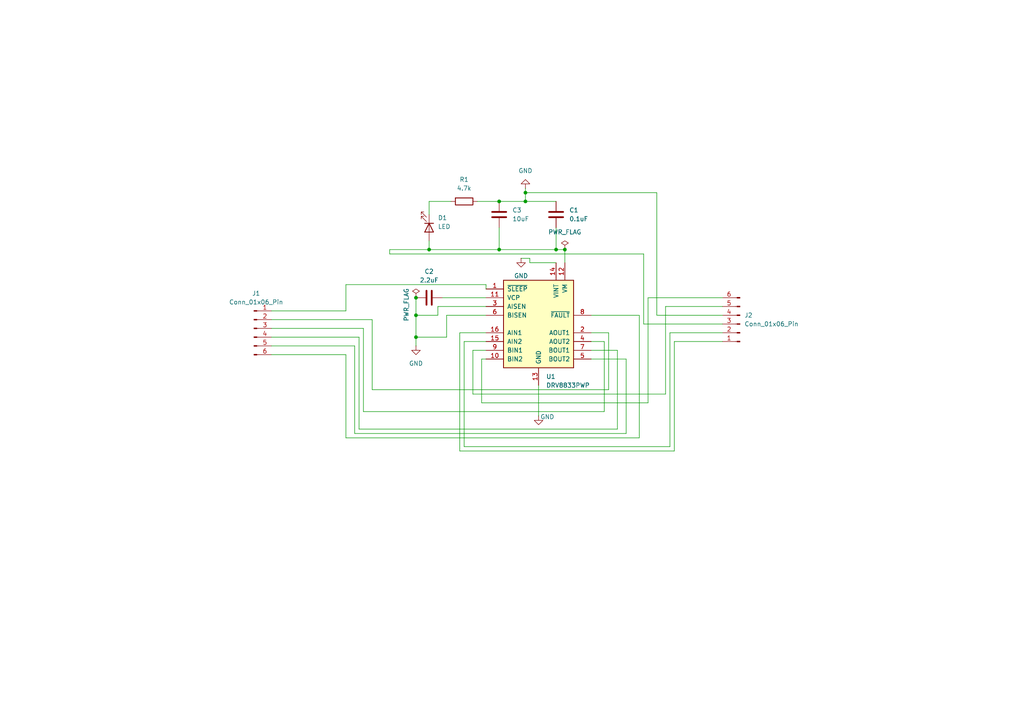
<source format=kicad_sch>
(kicad_sch
	(version 20231120)
	(generator "eeschema")
	(generator_version "8.0")
	(uuid "df196712-03bc-46f3-a72f-dbd7a8dc70a6")
	(paper "A4")
	(lib_symbols
		(symbol "Connector:Conn_01x06_Pin"
			(pin_names
				(offset 1.016) hide)
			(exclude_from_sim no)
			(in_bom yes)
			(on_board yes)
			(property "Reference" "J"
				(at 0 7.62 0)
				(effects
					(font
						(size 1.27 1.27)
					)
				)
			)
			(property "Value" "Conn_01x06_Pin"
				(at 0 -10.16 0)
				(effects
					(font
						(size 1.27 1.27)
					)
				)
			)
			(property "Footprint" ""
				(at 0 0 0)
				(effects
					(font
						(size 1.27 1.27)
					)
					(hide yes)
				)
			)
			(property "Datasheet" "~"
				(at 0 0 0)
				(effects
					(font
						(size 1.27 1.27)
					)
					(hide yes)
				)
			)
			(property "Description" "Generic connector, single row, 01x06, script generated"
				(at 0 0 0)
				(effects
					(font
						(size 1.27 1.27)
					)
					(hide yes)
				)
			)
			(property "ki_locked" ""
				(at 0 0 0)
				(effects
					(font
						(size 1.27 1.27)
					)
				)
			)
			(property "ki_keywords" "connector"
				(at 0 0 0)
				(effects
					(font
						(size 1.27 1.27)
					)
					(hide yes)
				)
			)
			(property "ki_fp_filters" "Connector*:*_1x??_*"
				(at 0 0 0)
				(effects
					(font
						(size 1.27 1.27)
					)
					(hide yes)
				)
			)
			(symbol "Conn_01x06_Pin_1_1"
				(polyline
					(pts
						(xy 1.27 -7.62) (xy 0.8636 -7.62)
					)
					(stroke
						(width 0.1524)
						(type default)
					)
					(fill
						(type none)
					)
				)
				(polyline
					(pts
						(xy 1.27 -5.08) (xy 0.8636 -5.08)
					)
					(stroke
						(width 0.1524)
						(type default)
					)
					(fill
						(type none)
					)
				)
				(polyline
					(pts
						(xy 1.27 -2.54) (xy 0.8636 -2.54)
					)
					(stroke
						(width 0.1524)
						(type default)
					)
					(fill
						(type none)
					)
				)
				(polyline
					(pts
						(xy 1.27 0) (xy 0.8636 0)
					)
					(stroke
						(width 0.1524)
						(type default)
					)
					(fill
						(type none)
					)
				)
				(polyline
					(pts
						(xy 1.27 2.54) (xy 0.8636 2.54)
					)
					(stroke
						(width 0.1524)
						(type default)
					)
					(fill
						(type none)
					)
				)
				(polyline
					(pts
						(xy 1.27 5.08) (xy 0.8636 5.08)
					)
					(stroke
						(width 0.1524)
						(type default)
					)
					(fill
						(type none)
					)
				)
				(rectangle
					(start 0.8636 -7.493)
					(end 0 -7.747)
					(stroke
						(width 0.1524)
						(type default)
					)
					(fill
						(type outline)
					)
				)
				(rectangle
					(start 0.8636 -4.953)
					(end 0 -5.207)
					(stroke
						(width 0.1524)
						(type default)
					)
					(fill
						(type outline)
					)
				)
				(rectangle
					(start 0.8636 -2.413)
					(end 0 -2.667)
					(stroke
						(width 0.1524)
						(type default)
					)
					(fill
						(type outline)
					)
				)
				(rectangle
					(start 0.8636 0.127)
					(end 0 -0.127)
					(stroke
						(width 0.1524)
						(type default)
					)
					(fill
						(type outline)
					)
				)
				(rectangle
					(start 0.8636 2.667)
					(end 0 2.413)
					(stroke
						(width 0.1524)
						(type default)
					)
					(fill
						(type outline)
					)
				)
				(rectangle
					(start 0.8636 5.207)
					(end 0 4.953)
					(stroke
						(width 0.1524)
						(type default)
					)
					(fill
						(type outline)
					)
				)
				(pin passive line
					(at 5.08 5.08 180)
					(length 3.81)
					(name "Pin_1"
						(effects
							(font
								(size 1.27 1.27)
							)
						)
					)
					(number "1"
						(effects
							(font
								(size 1.27 1.27)
							)
						)
					)
				)
				(pin passive line
					(at 5.08 2.54 180)
					(length 3.81)
					(name "Pin_2"
						(effects
							(font
								(size 1.27 1.27)
							)
						)
					)
					(number "2"
						(effects
							(font
								(size 1.27 1.27)
							)
						)
					)
				)
				(pin passive line
					(at 5.08 0 180)
					(length 3.81)
					(name "Pin_3"
						(effects
							(font
								(size 1.27 1.27)
							)
						)
					)
					(number "3"
						(effects
							(font
								(size 1.27 1.27)
							)
						)
					)
				)
				(pin passive line
					(at 5.08 -2.54 180)
					(length 3.81)
					(name "Pin_4"
						(effects
							(font
								(size 1.27 1.27)
							)
						)
					)
					(number "4"
						(effects
							(font
								(size 1.27 1.27)
							)
						)
					)
				)
				(pin passive line
					(at 5.08 -5.08 180)
					(length 3.81)
					(name "Pin_5"
						(effects
							(font
								(size 1.27 1.27)
							)
						)
					)
					(number "5"
						(effects
							(font
								(size 1.27 1.27)
							)
						)
					)
				)
				(pin passive line
					(at 5.08 -7.62 180)
					(length 3.81)
					(name "Pin_6"
						(effects
							(font
								(size 1.27 1.27)
							)
						)
					)
					(number "6"
						(effects
							(font
								(size 1.27 1.27)
							)
						)
					)
				)
			)
		)
		(symbol "Device:C"
			(pin_numbers hide)
			(pin_names
				(offset 0.254)
			)
			(exclude_from_sim no)
			(in_bom yes)
			(on_board yes)
			(property "Reference" "C"
				(at 0.635 2.54 0)
				(effects
					(font
						(size 1.27 1.27)
					)
					(justify left)
				)
			)
			(property "Value" "C"
				(at 0.635 -2.54 0)
				(effects
					(font
						(size 1.27 1.27)
					)
					(justify left)
				)
			)
			(property "Footprint" ""
				(at 0.9652 -3.81 0)
				(effects
					(font
						(size 1.27 1.27)
					)
					(hide yes)
				)
			)
			(property "Datasheet" "~"
				(at 0 0 0)
				(effects
					(font
						(size 1.27 1.27)
					)
					(hide yes)
				)
			)
			(property "Description" "Unpolarized capacitor"
				(at 0 0 0)
				(effects
					(font
						(size 1.27 1.27)
					)
					(hide yes)
				)
			)
			(property "ki_keywords" "cap capacitor"
				(at 0 0 0)
				(effects
					(font
						(size 1.27 1.27)
					)
					(hide yes)
				)
			)
			(property "ki_fp_filters" "C_*"
				(at 0 0 0)
				(effects
					(font
						(size 1.27 1.27)
					)
					(hide yes)
				)
			)
			(symbol "C_0_1"
				(polyline
					(pts
						(xy -2.032 -0.762) (xy 2.032 -0.762)
					)
					(stroke
						(width 0.508)
						(type default)
					)
					(fill
						(type none)
					)
				)
				(polyline
					(pts
						(xy -2.032 0.762) (xy 2.032 0.762)
					)
					(stroke
						(width 0.508)
						(type default)
					)
					(fill
						(type none)
					)
				)
			)
			(symbol "C_1_1"
				(pin passive line
					(at 0 3.81 270)
					(length 2.794)
					(name "~"
						(effects
							(font
								(size 1.27 1.27)
							)
						)
					)
					(number "1"
						(effects
							(font
								(size 1.27 1.27)
							)
						)
					)
				)
				(pin passive line
					(at 0 -3.81 90)
					(length 2.794)
					(name "~"
						(effects
							(font
								(size 1.27 1.27)
							)
						)
					)
					(number "2"
						(effects
							(font
								(size 1.27 1.27)
							)
						)
					)
				)
			)
		)
		(symbol "Device:LED"
			(pin_numbers hide)
			(pin_names
				(offset 1.016) hide)
			(exclude_from_sim no)
			(in_bom yes)
			(on_board yes)
			(property "Reference" "D"
				(at 0 2.54 0)
				(effects
					(font
						(size 1.27 1.27)
					)
				)
			)
			(property "Value" "LED"
				(at 0 -2.54 0)
				(effects
					(font
						(size 1.27 1.27)
					)
				)
			)
			(property "Footprint" ""
				(at 0 0 0)
				(effects
					(font
						(size 1.27 1.27)
					)
					(hide yes)
				)
			)
			(property "Datasheet" "~"
				(at 0 0 0)
				(effects
					(font
						(size 1.27 1.27)
					)
					(hide yes)
				)
			)
			(property "Description" "Light emitting diode"
				(at 0 0 0)
				(effects
					(font
						(size 1.27 1.27)
					)
					(hide yes)
				)
			)
			(property "ki_keywords" "LED diode"
				(at 0 0 0)
				(effects
					(font
						(size 1.27 1.27)
					)
					(hide yes)
				)
			)
			(property "ki_fp_filters" "LED* LED_SMD:* LED_THT:*"
				(at 0 0 0)
				(effects
					(font
						(size 1.27 1.27)
					)
					(hide yes)
				)
			)
			(symbol "LED_0_1"
				(polyline
					(pts
						(xy -1.27 -1.27) (xy -1.27 1.27)
					)
					(stroke
						(width 0.254)
						(type default)
					)
					(fill
						(type none)
					)
				)
				(polyline
					(pts
						(xy -1.27 0) (xy 1.27 0)
					)
					(stroke
						(width 0)
						(type default)
					)
					(fill
						(type none)
					)
				)
				(polyline
					(pts
						(xy 1.27 -1.27) (xy 1.27 1.27) (xy -1.27 0) (xy 1.27 -1.27)
					)
					(stroke
						(width 0.254)
						(type default)
					)
					(fill
						(type none)
					)
				)
				(polyline
					(pts
						(xy -3.048 -0.762) (xy -4.572 -2.286) (xy -3.81 -2.286) (xy -4.572 -2.286) (xy -4.572 -1.524)
					)
					(stroke
						(width 0)
						(type default)
					)
					(fill
						(type none)
					)
				)
				(polyline
					(pts
						(xy -1.778 -0.762) (xy -3.302 -2.286) (xy -2.54 -2.286) (xy -3.302 -2.286) (xy -3.302 -1.524)
					)
					(stroke
						(width 0)
						(type default)
					)
					(fill
						(type none)
					)
				)
			)
			(symbol "LED_1_1"
				(pin passive line
					(at -3.81 0 0)
					(length 2.54)
					(name "K"
						(effects
							(font
								(size 1.27 1.27)
							)
						)
					)
					(number "1"
						(effects
							(font
								(size 1.27 1.27)
							)
						)
					)
				)
				(pin passive line
					(at 3.81 0 180)
					(length 2.54)
					(name "A"
						(effects
							(font
								(size 1.27 1.27)
							)
						)
					)
					(number "2"
						(effects
							(font
								(size 1.27 1.27)
							)
						)
					)
				)
			)
		)
		(symbol "Device:R"
			(pin_numbers hide)
			(pin_names
				(offset 0)
			)
			(exclude_from_sim no)
			(in_bom yes)
			(on_board yes)
			(property "Reference" "R"
				(at 2.032 0 90)
				(effects
					(font
						(size 1.27 1.27)
					)
				)
			)
			(property "Value" "R"
				(at 0 0 90)
				(effects
					(font
						(size 1.27 1.27)
					)
				)
			)
			(property "Footprint" ""
				(at -1.778 0 90)
				(effects
					(font
						(size 1.27 1.27)
					)
					(hide yes)
				)
			)
			(property "Datasheet" "~"
				(at 0 0 0)
				(effects
					(font
						(size 1.27 1.27)
					)
					(hide yes)
				)
			)
			(property "Description" "Resistor"
				(at 0 0 0)
				(effects
					(font
						(size 1.27 1.27)
					)
					(hide yes)
				)
			)
			(property "ki_keywords" "R res resistor"
				(at 0 0 0)
				(effects
					(font
						(size 1.27 1.27)
					)
					(hide yes)
				)
			)
			(property "ki_fp_filters" "R_*"
				(at 0 0 0)
				(effects
					(font
						(size 1.27 1.27)
					)
					(hide yes)
				)
			)
			(symbol "R_0_1"
				(rectangle
					(start -1.016 -2.54)
					(end 1.016 2.54)
					(stroke
						(width 0.254)
						(type default)
					)
					(fill
						(type none)
					)
				)
			)
			(symbol "R_1_1"
				(pin passive line
					(at 0 3.81 270)
					(length 1.27)
					(name "~"
						(effects
							(font
								(size 1.27 1.27)
							)
						)
					)
					(number "1"
						(effects
							(font
								(size 1.27 1.27)
							)
						)
					)
				)
				(pin passive line
					(at 0 -3.81 90)
					(length 1.27)
					(name "~"
						(effects
							(font
								(size 1.27 1.27)
							)
						)
					)
					(number "2"
						(effects
							(font
								(size 1.27 1.27)
							)
						)
					)
				)
			)
		)
		(symbol "Driver_Motor:DRV8833PWP"
			(pin_names
				(offset 1.016)
			)
			(exclude_from_sim no)
			(in_bom yes)
			(on_board yes)
			(property "Reference" "U"
				(at -3.81 16.51 0)
				(effects
					(font
						(size 1.27 1.27)
					)
				)
			)
			(property "Value" "DRV8833PWP"
				(at -3.81 13.97 0)
				(effects
					(font
						(size 1.27 1.27)
					)
				)
			)
			(property "Footprint" "Package_SO:HTSSOP-16-1EP_4.4x5mm_P0.65mm_EP3.4x5mm_Mask2.46x2.31mm_ThermalVias"
				(at 5.08 -15.24 0)
				(effects
					(font
						(size 1.27 1.27)
					)
					(justify left)
					(hide yes)
				)
			)
			(property "Datasheet" "http://www.ti.com/lit/ds/symlink/drv8833.pdf"
				(at 5.08 -17.78 0)
				(effects
					(font
						(size 1.27 1.27)
					)
					(justify left)
					(hide yes)
				)
			)
			(property "Description" "Dual H-Bridge Motor Driver, HTSSOP-16"
				(at 0 0 0)
				(effects
					(font
						(size 1.27 1.27)
					)
					(hide yes)
				)
			)
			(property "ki_keywords" "H-bridge motor driver"
				(at 0 0 0)
				(effects
					(font
						(size 1.27 1.27)
					)
					(hide yes)
				)
			)
			(property "ki_fp_filters" "HTSSOP-16-1EP*4.4x5mm*P0.65mm*"
				(at 0 0 0)
				(effects
					(font
						(size 1.27 1.27)
					)
					(hide yes)
				)
			)
			(symbol "DRV8833PWP_0_1"
				(rectangle
					(start -10.16 12.7)
					(end 10.16 -12.7)
					(stroke
						(width 0.254)
						(type default)
					)
					(fill
						(type background)
					)
				)
			)
			(symbol "DRV8833PWP_1_1"
				(pin input line
					(at -15.24 10.16 0)
					(length 5.08)
					(name "~{SLEEP}"
						(effects
							(font
								(size 1.27 1.27)
							)
						)
					)
					(number "1"
						(effects
							(font
								(size 1.27 1.27)
							)
						)
					)
				)
				(pin input line
					(at -15.24 -10.16 0)
					(length 5.08)
					(name "BIN2"
						(effects
							(font
								(size 1.27 1.27)
							)
						)
					)
					(number "10"
						(effects
							(font
								(size 1.27 1.27)
							)
						)
					)
				)
				(pin bidirectional line
					(at -15.24 7.62 0)
					(length 5.08)
					(name "VCP"
						(effects
							(font
								(size 1.27 1.27)
							)
						)
					)
					(number "11"
						(effects
							(font
								(size 1.27 1.27)
							)
						)
					)
				)
				(pin power_in line
					(at 7.62 17.78 270)
					(length 5.08)
					(name "VM"
						(effects
							(font
								(size 1.27 1.27)
							)
						)
					)
					(number "12"
						(effects
							(font
								(size 1.27 1.27)
							)
						)
					)
				)
				(pin power_in line
					(at 0 -17.78 90)
					(length 5.08)
					(name "GND"
						(effects
							(font
								(size 1.27 1.27)
							)
						)
					)
					(number "13"
						(effects
							(font
								(size 1.27 1.27)
							)
						)
					)
				)
				(pin power_in line
					(at 5.08 17.78 270)
					(length 5.08)
					(name "VINT"
						(effects
							(font
								(size 1.27 1.27)
							)
						)
					)
					(number "14"
						(effects
							(font
								(size 1.27 1.27)
							)
						)
					)
				)
				(pin input line
					(at -15.24 -5.08 0)
					(length 5.08)
					(name "AIN2"
						(effects
							(font
								(size 1.27 1.27)
							)
						)
					)
					(number "15"
						(effects
							(font
								(size 1.27 1.27)
							)
						)
					)
				)
				(pin input line
					(at -15.24 -2.54 0)
					(length 5.08)
					(name "AIN1"
						(effects
							(font
								(size 1.27 1.27)
							)
						)
					)
					(number "16"
						(effects
							(font
								(size 1.27 1.27)
							)
						)
					)
				)
				(pin passive line
					(at 0 -17.78 90)
					(length 5.08) hide
					(name "GND"
						(effects
							(font
								(size 1.27 1.27)
							)
						)
					)
					(number "17"
						(effects
							(font
								(size 1.27 1.27)
							)
						)
					)
				)
				(pin power_out line
					(at 15.24 -2.54 180)
					(length 5.08)
					(name "AOUT1"
						(effects
							(font
								(size 1.27 1.27)
							)
						)
					)
					(number "2"
						(effects
							(font
								(size 1.27 1.27)
							)
						)
					)
				)
				(pin bidirectional line
					(at -15.24 5.08 0)
					(length 5.08)
					(name "AISEN"
						(effects
							(font
								(size 1.27 1.27)
							)
						)
					)
					(number "3"
						(effects
							(font
								(size 1.27 1.27)
							)
						)
					)
				)
				(pin power_out line
					(at 15.24 -5.08 180)
					(length 5.08)
					(name "AOUT2"
						(effects
							(font
								(size 1.27 1.27)
							)
						)
					)
					(number "4"
						(effects
							(font
								(size 1.27 1.27)
							)
						)
					)
				)
				(pin power_out line
					(at 15.24 -10.16 180)
					(length 5.08)
					(name "BOUT2"
						(effects
							(font
								(size 1.27 1.27)
							)
						)
					)
					(number "5"
						(effects
							(font
								(size 1.27 1.27)
							)
						)
					)
				)
				(pin bidirectional line
					(at -15.24 2.54 0)
					(length 5.08)
					(name "BISEN"
						(effects
							(font
								(size 1.27 1.27)
							)
						)
					)
					(number "6"
						(effects
							(font
								(size 1.27 1.27)
							)
						)
					)
				)
				(pin power_out line
					(at 15.24 -7.62 180)
					(length 5.08)
					(name "BOUT1"
						(effects
							(font
								(size 1.27 1.27)
							)
						)
					)
					(number "7"
						(effects
							(font
								(size 1.27 1.27)
							)
						)
					)
				)
				(pin open_collector line
					(at 15.24 2.54 180)
					(length 5.08)
					(name "~{FAULT}"
						(effects
							(font
								(size 1.27 1.27)
							)
						)
					)
					(number "8"
						(effects
							(font
								(size 1.27 1.27)
							)
						)
					)
				)
				(pin input line
					(at -15.24 -7.62 0)
					(length 5.08)
					(name "BIN1"
						(effects
							(font
								(size 1.27 1.27)
							)
						)
					)
					(number "9"
						(effects
							(font
								(size 1.27 1.27)
							)
						)
					)
				)
			)
		)
		(symbol "power:GND"
			(power)
			(pin_numbers hide)
			(pin_names
				(offset 0) hide)
			(exclude_from_sim no)
			(in_bom yes)
			(on_board yes)
			(property "Reference" "#PWR"
				(at 0 -6.35 0)
				(effects
					(font
						(size 1.27 1.27)
					)
					(hide yes)
				)
			)
			(property "Value" "GND"
				(at 0 -3.81 0)
				(effects
					(font
						(size 1.27 1.27)
					)
				)
			)
			(property "Footprint" ""
				(at 0 0 0)
				(effects
					(font
						(size 1.27 1.27)
					)
					(hide yes)
				)
			)
			(property "Datasheet" ""
				(at 0 0 0)
				(effects
					(font
						(size 1.27 1.27)
					)
					(hide yes)
				)
			)
			(property "Description" "Power symbol creates a global label with name \"GND\" , ground"
				(at 0 0 0)
				(effects
					(font
						(size 1.27 1.27)
					)
					(hide yes)
				)
			)
			(property "ki_keywords" "global power"
				(at 0 0 0)
				(effects
					(font
						(size 1.27 1.27)
					)
					(hide yes)
				)
			)
			(symbol "GND_0_1"
				(polyline
					(pts
						(xy 0 0) (xy 0 -1.27) (xy 1.27 -1.27) (xy 0 -2.54) (xy -1.27 -1.27) (xy 0 -1.27)
					)
					(stroke
						(width 0)
						(type default)
					)
					(fill
						(type none)
					)
				)
			)
			(symbol "GND_1_1"
				(pin power_in line
					(at 0 0 270)
					(length 0)
					(name "~"
						(effects
							(font
								(size 1.27 1.27)
							)
						)
					)
					(number "1"
						(effects
							(font
								(size 1.27 1.27)
							)
						)
					)
				)
			)
		)
		(symbol "power:PWR_FLAG"
			(power)
			(pin_numbers hide)
			(pin_names
				(offset 0) hide)
			(exclude_from_sim no)
			(in_bom yes)
			(on_board yes)
			(property "Reference" "#FLG"
				(at 0 1.905 0)
				(effects
					(font
						(size 1.27 1.27)
					)
					(hide yes)
				)
			)
			(property "Value" "PWR_FLAG"
				(at 0 3.81 0)
				(effects
					(font
						(size 1.27 1.27)
					)
				)
			)
			(property "Footprint" ""
				(at 0 0 0)
				(effects
					(font
						(size 1.27 1.27)
					)
					(hide yes)
				)
			)
			(property "Datasheet" "~"
				(at 0 0 0)
				(effects
					(font
						(size 1.27 1.27)
					)
					(hide yes)
				)
			)
			(property "Description" "Special symbol for telling ERC where power comes from"
				(at 0 0 0)
				(effects
					(font
						(size 1.27 1.27)
					)
					(hide yes)
				)
			)
			(property "ki_keywords" "flag power"
				(at 0 0 0)
				(effects
					(font
						(size 1.27 1.27)
					)
					(hide yes)
				)
			)
			(symbol "PWR_FLAG_0_0"
				(pin power_out line
					(at 0 0 90)
					(length 0)
					(name "~"
						(effects
							(font
								(size 1.27 1.27)
							)
						)
					)
					(number "1"
						(effects
							(font
								(size 1.27 1.27)
							)
						)
					)
				)
			)
			(symbol "PWR_FLAG_0_1"
				(polyline
					(pts
						(xy 0 0) (xy 0 1.27) (xy -1.016 1.905) (xy 0 2.54) (xy 1.016 1.905) (xy 0 1.27)
					)
					(stroke
						(width 0)
						(type default)
					)
					(fill
						(type none)
					)
				)
			)
		)
	)
	(junction
		(at 120.65 86.36)
		(diameter 0)
		(color 0 0 0 0)
		(uuid "1141ac41-383a-4fbd-84f5-a4e083926d5b")
	)
	(junction
		(at 161.29 72.39)
		(diameter 0)
		(color 0 0 0 0)
		(uuid "42395484-ff91-4d75-bd5f-50ee715c8228")
	)
	(junction
		(at 152.4 55.88)
		(diameter 0)
		(color 0 0 0 0)
		(uuid "4d27116c-3385-456c-a833-fa2683eab908")
	)
	(junction
		(at 163.83 72.39)
		(diameter 0)
		(color 0 0 0 0)
		(uuid "63b795ca-70f9-426c-921c-6f1b511e2121")
	)
	(junction
		(at 120.65 97.79)
		(diameter 0)
		(color 0 0 0 0)
		(uuid "71291e7e-50d2-46dd-b941-b45859b73151")
	)
	(junction
		(at 124.46 72.39)
		(diameter 0)
		(color 0 0 0 0)
		(uuid "76b412e3-e663-4ce7-97cd-5639776fce58")
	)
	(junction
		(at 152.4 58.42)
		(diameter 0)
		(color 0 0 0 0)
		(uuid "9d1e30ab-599a-4278-a778-945739d92e66")
	)
	(junction
		(at 120.65 91.44)
		(diameter 0)
		(color 0 0 0 0)
		(uuid "c4bc2f30-7595-41ef-8b2b-1d647a42278a")
	)
	(junction
		(at 144.78 72.39)
		(diameter 0)
		(color 0 0 0 0)
		(uuid "c6b6d584-4199-45a2-b64b-3b7b3d50f7b2")
	)
	(junction
		(at 144.78 58.42)
		(diameter 0)
		(color 0 0 0 0)
		(uuid "ef5f4635-5b01-4ced-a372-c38663e2b50d")
	)
	(wire
		(pts
			(xy 100.33 82.55) (xy 100.33 90.17)
		)
		(stroke
			(width 0)
			(type default)
		)
		(uuid "02407805-e032-412c-a68a-fad9728c7647")
	)
	(wire
		(pts
			(xy 144.78 72.39) (xy 161.29 72.39)
		)
		(stroke
			(width 0)
			(type default)
		)
		(uuid "0264facd-710c-4e90-ba5d-221cc4004378")
	)
	(wire
		(pts
			(xy 124.46 72.39) (xy 144.78 72.39)
		)
		(stroke
			(width 0)
			(type default)
		)
		(uuid "05f1f0b5-8ae1-493a-af82-55c7a88b42eb")
	)
	(wire
		(pts
			(xy 133.35 96.52) (xy 133.35 130.81)
		)
		(stroke
			(width 0)
			(type default)
		)
		(uuid "08487161-4edc-4700-a8d9-3cd3b4cfc10e")
	)
	(wire
		(pts
			(xy 195.58 99.06) (xy 209.55 99.06)
		)
		(stroke
			(width 0)
			(type default)
		)
		(uuid "0b6ffd62-36f2-4b84-afb3-79cf815f485f")
	)
	(wire
		(pts
			(xy 152.4 55.88) (xy 152.4 58.42)
		)
		(stroke
			(width 0)
			(type default)
		)
		(uuid "0f8208fc-def5-4712-b62d-257e0ceb4578")
	)
	(wire
		(pts
			(xy 102.87 100.33) (xy 102.87 125.73)
		)
		(stroke
			(width 0)
			(type default)
		)
		(uuid "0fca022a-fb0c-434a-a5bf-8c0ea1c7a3e4")
	)
	(wire
		(pts
			(xy 153.67 74.93) (xy 151.13 74.93)
		)
		(stroke
			(width 0)
			(type default)
		)
		(uuid "0feba508-7f5f-4b3a-87ac-815bdb2668d8")
	)
	(wire
		(pts
			(xy 140.97 99.06) (xy 134.62 99.06)
		)
		(stroke
			(width 0)
			(type default)
		)
		(uuid "11234f59-f8f4-403f-9750-1277b1eef034")
	)
	(wire
		(pts
			(xy 124.46 58.42) (xy 130.81 58.42)
		)
		(stroke
			(width 0)
			(type default)
		)
		(uuid "1604e505-4610-4ff0-987d-e8febe00daa4")
	)
	(wire
		(pts
			(xy 156.21 111.76) (xy 156.21 120.65)
		)
		(stroke
			(width 0)
			(type default)
		)
		(uuid "1666689d-d148-491a-97f0-cd20a59ded6e")
	)
	(wire
		(pts
			(xy 161.29 66.04) (xy 161.29 72.39)
		)
		(stroke
			(width 0)
			(type default)
		)
		(uuid "176cf12a-ad88-42b8-aaf4-a4a2cad594dc")
	)
	(wire
		(pts
			(xy 120.65 97.79) (xy 120.65 100.33)
		)
		(stroke
			(width 0)
			(type default)
		)
		(uuid "18c8dfed-c04b-44e6-bd55-748b52b95233")
	)
	(wire
		(pts
			(xy 194.31 96.52) (xy 209.55 96.52)
		)
		(stroke
			(width 0)
			(type default)
		)
		(uuid "1f351c88-bfa1-4f97-8669-143871b42cad")
	)
	(wire
		(pts
			(xy 179.07 124.46) (xy 179.07 101.6)
		)
		(stroke
			(width 0)
			(type default)
		)
		(uuid "1fee1db3-0ad3-466f-90d8-b5450823fa18")
	)
	(wire
		(pts
			(xy 129.54 91.44) (xy 129.54 97.79)
		)
		(stroke
			(width 0)
			(type default)
		)
		(uuid "27d75cf9-5e7f-42af-94f5-021b17fc012f")
	)
	(wire
		(pts
			(xy 190.5 91.44) (xy 209.55 91.44)
		)
		(stroke
			(width 0)
			(type default)
		)
		(uuid "28662efc-c7a9-4189-a3cf-d3e23b11f5fc")
	)
	(wire
		(pts
			(xy 171.45 99.06) (xy 175.26 99.06)
		)
		(stroke
			(width 0)
			(type default)
		)
		(uuid "2a6dfe97-3c65-48ce-98d8-0aa5d8ba25d1")
	)
	(wire
		(pts
			(xy 171.45 96.52) (xy 176.53 96.52)
		)
		(stroke
			(width 0)
			(type default)
		)
		(uuid "2ac7f5ef-f498-4b73-8416-90db3f5d507f")
	)
	(wire
		(pts
			(xy 175.26 99.06) (xy 175.26 119.38)
		)
		(stroke
			(width 0)
			(type default)
		)
		(uuid "2e6ea0b7-4e5f-4183-8af0-63741d3a5595")
	)
	(wire
		(pts
			(xy 161.29 76.2) (xy 153.67 76.2)
		)
		(stroke
			(width 0)
			(type default)
		)
		(uuid "346ea26e-b24b-4c35-aa3a-bc7a51d8ae3f")
	)
	(wire
		(pts
			(xy 185.42 127) (xy 185.42 91.44)
		)
		(stroke
			(width 0)
			(type default)
		)
		(uuid "3b2f4664-ba85-41dc-93e0-8bf13d12f7f1")
	)
	(wire
		(pts
			(xy 163.83 72.39) (xy 161.29 72.39)
		)
		(stroke
			(width 0)
			(type default)
		)
		(uuid "3c76df1d-2dbc-4105-8d14-3989c968eab1")
	)
	(wire
		(pts
			(xy 124.46 62.23) (xy 124.46 58.42)
		)
		(stroke
			(width 0)
			(type default)
		)
		(uuid "3cb8a840-5459-4fd7-bd8f-ed0da2392cf4")
	)
	(wire
		(pts
			(xy 187.96 116.84) (xy 187.96 86.36)
		)
		(stroke
			(width 0)
			(type default)
		)
		(uuid "3d944543-270b-455f-8de9-01197d6195d4")
	)
	(wire
		(pts
			(xy 124.46 69.85) (xy 124.46 72.39)
		)
		(stroke
			(width 0)
			(type default)
		)
		(uuid "450b9284-4e75-4961-95c9-238b78ee4dab")
	)
	(wire
		(pts
			(xy 78.74 90.17) (xy 100.33 90.17)
		)
		(stroke
			(width 0)
			(type default)
		)
		(uuid "455aa6fb-db89-479b-8bcc-c2091043d800")
	)
	(wire
		(pts
			(xy 120.65 86.36) (xy 120.65 91.44)
		)
		(stroke
			(width 0)
			(type default)
		)
		(uuid "473db50b-1f44-43dd-8af2-96c557a34cd1")
	)
	(wire
		(pts
			(xy 140.97 104.14) (xy 139.7 104.14)
		)
		(stroke
			(width 0)
			(type default)
		)
		(uuid "5073caec-e33f-47fb-8c9b-cc4ae97490a0")
	)
	(wire
		(pts
			(xy 78.74 95.25) (xy 105.41 95.25)
		)
		(stroke
			(width 0)
			(type default)
		)
		(uuid "52f94a39-cbfc-45cd-a20a-b17110e80880")
	)
	(wire
		(pts
			(xy 100.33 127) (xy 185.42 127)
		)
		(stroke
			(width 0)
			(type default)
		)
		(uuid "539b7f67-8201-4b78-9d9a-c40fd4ffaa4e")
	)
	(wire
		(pts
			(xy 193.04 88.9) (xy 209.55 88.9)
		)
		(stroke
			(width 0)
			(type default)
		)
		(uuid "57d65e5d-102d-4f27-b1e7-179195249d89")
	)
	(wire
		(pts
			(xy 137.16 101.6) (xy 137.16 114.3)
		)
		(stroke
			(width 0)
			(type default)
		)
		(uuid "5b44d60b-e680-450e-8386-18c86ddeff91")
	)
	(wire
		(pts
			(xy 78.74 100.33) (xy 102.87 100.33)
		)
		(stroke
			(width 0)
			(type default)
		)
		(uuid "639c78a1-0ff4-438e-b219-af3b2d836b81")
	)
	(wire
		(pts
			(xy 190.5 55.88) (xy 152.4 55.88)
		)
		(stroke
			(width 0)
			(type default)
		)
		(uuid "66aa4c44-4ae3-4796-83a7-51b137d3f1c6")
	)
	(wire
		(pts
			(xy 140.97 91.44) (xy 129.54 91.44)
		)
		(stroke
			(width 0)
			(type default)
		)
		(uuid "6aa1a1ba-772c-4567-bb38-142eb4f1c665")
	)
	(wire
		(pts
			(xy 185.42 91.44) (xy 171.45 91.44)
		)
		(stroke
			(width 0)
			(type default)
		)
		(uuid "6ab82930-0975-460c-8935-785488eb6a56")
	)
	(wire
		(pts
			(xy 140.97 96.52) (xy 133.35 96.52)
		)
		(stroke
			(width 0)
			(type default)
		)
		(uuid "6b95bc52-185a-41d9-8448-e207c9d5f07f")
	)
	(wire
		(pts
			(xy 187.96 86.36) (xy 209.55 86.36)
		)
		(stroke
			(width 0)
			(type default)
		)
		(uuid "6c293485-9585-40fc-a1e4-11f07d46cfbd")
	)
	(wire
		(pts
			(xy 78.74 92.71) (xy 107.95 92.71)
		)
		(stroke
			(width 0)
			(type default)
		)
		(uuid "6d6253d1-7a08-4feb-94c2-f4ed26e52b0e")
	)
	(wire
		(pts
			(xy 194.31 129.54) (xy 194.31 96.52)
		)
		(stroke
			(width 0)
			(type default)
		)
		(uuid "6de982b4-f5d8-4458-bc2a-2f0758327d5c")
	)
	(wire
		(pts
			(xy 140.97 82.55) (xy 140.97 83.82)
		)
		(stroke
			(width 0)
			(type default)
		)
		(uuid "731b8906-ae68-4b58-8058-2d7d5d767fca")
	)
	(wire
		(pts
			(xy 78.74 102.87) (xy 100.33 102.87)
		)
		(stroke
			(width 0)
			(type default)
		)
		(uuid "732f7941-1baa-4e39-866c-90b2da9df2ca")
	)
	(wire
		(pts
			(xy 127 88.9) (xy 140.97 88.9)
		)
		(stroke
			(width 0)
			(type default)
		)
		(uuid "73c584ed-6992-4497-9d6a-c80bf9ff4686")
	)
	(wire
		(pts
			(xy 134.62 129.54) (xy 194.31 129.54)
		)
		(stroke
			(width 0)
			(type default)
		)
		(uuid "781e9e9f-2182-452c-941e-81e5915c0c6c")
	)
	(wire
		(pts
			(xy 120.65 91.44) (xy 120.65 97.79)
		)
		(stroke
			(width 0)
			(type default)
		)
		(uuid "7ab44ed2-a3ab-4024-b12d-a6ce5f8a2c1e")
	)
	(wire
		(pts
			(xy 179.07 101.6) (xy 171.45 101.6)
		)
		(stroke
			(width 0)
			(type default)
		)
		(uuid "7ad43e54-ee88-4de8-9927-7c407f014248")
	)
	(wire
		(pts
			(xy 181.61 104.14) (xy 171.45 104.14)
		)
		(stroke
			(width 0)
			(type default)
		)
		(uuid "7eff378b-247c-41ff-9a2f-588354060dc1")
	)
	(wire
		(pts
			(xy 176.53 96.52) (xy 176.53 113.03)
		)
		(stroke
			(width 0)
			(type default)
		)
		(uuid "87b9782d-365e-4c3b-87a1-23853469221b")
	)
	(wire
		(pts
			(xy 129.54 97.79) (xy 120.65 97.79)
		)
		(stroke
			(width 0)
			(type default)
		)
		(uuid "89243b3b-d4d1-4a3f-85fb-23bb2cd35e12")
	)
	(wire
		(pts
			(xy 133.35 130.81) (xy 195.58 130.81)
		)
		(stroke
			(width 0)
			(type default)
		)
		(uuid "8d02344d-dbdf-47ae-8896-10a6cedf1b0e")
	)
	(wire
		(pts
			(xy 153.67 76.2) (xy 153.67 74.93)
		)
		(stroke
			(width 0)
			(type default)
		)
		(uuid "8d81b226-4bd8-4da3-b65d-40e19e9381fe")
	)
	(wire
		(pts
			(xy 113.03 73.66) (xy 186.69 73.66)
		)
		(stroke
			(width 0)
			(type default)
		)
		(uuid "8f1254d5-f239-4e3c-9dbf-a75187f912d8")
	)
	(wire
		(pts
			(xy 175.26 119.38) (xy 105.41 119.38)
		)
		(stroke
			(width 0)
			(type default)
		)
		(uuid "9085c27b-93cd-42e6-bde2-5596e9561b04")
	)
	(wire
		(pts
			(xy 127 91.44) (xy 120.65 91.44)
		)
		(stroke
			(width 0)
			(type default)
		)
		(uuid "90de9c7a-959b-40d3-9103-a106ff6d3538")
	)
	(wire
		(pts
			(xy 193.04 114.3) (xy 193.04 88.9)
		)
		(stroke
			(width 0)
			(type default)
		)
		(uuid "9559bf0a-02f3-4359-a18b-65de7568e0c8")
	)
	(wire
		(pts
			(xy 128.27 86.36) (xy 140.97 86.36)
		)
		(stroke
			(width 0)
			(type default)
		)
		(uuid "99f7d5e5-3ddf-4462-9990-b825484865da")
	)
	(wire
		(pts
			(xy 113.03 72.39) (xy 124.46 72.39)
		)
		(stroke
			(width 0)
			(type default)
		)
		(uuid "a32b514b-0ea7-4ea6-86b7-ec39c9b152de")
	)
	(wire
		(pts
			(xy 107.95 113.03) (xy 176.53 113.03)
		)
		(stroke
			(width 0)
			(type default)
		)
		(uuid "a71c93ae-1080-4869-afe0-916b5d69bc1c")
	)
	(wire
		(pts
			(xy 140.97 101.6) (xy 137.16 101.6)
		)
		(stroke
			(width 0)
			(type default)
		)
		(uuid "a7c54eb4-1fc5-490a-bc19-a85be58f0a24")
	)
	(wire
		(pts
			(xy 190.5 91.44) (xy 190.5 55.88)
		)
		(stroke
			(width 0)
			(type default)
		)
		(uuid "a7f8a1f0-c1d3-4e68-9803-e0cc255d2a57")
	)
	(wire
		(pts
			(xy 139.7 104.14) (xy 139.7 116.84)
		)
		(stroke
			(width 0)
			(type default)
		)
		(uuid "a8a47e64-1857-441e-aec1-71d7c9f515d3")
	)
	(wire
		(pts
			(xy 104.14 97.79) (xy 104.14 124.46)
		)
		(stroke
			(width 0)
			(type default)
		)
		(uuid "b5a007a0-7942-4c40-b1e7-f95286fe8ffa")
	)
	(wire
		(pts
			(xy 152.4 54.61) (xy 152.4 55.88)
		)
		(stroke
			(width 0)
			(type default)
		)
		(uuid "b78f72e4-1dce-40a7-aa3b-f4f87002a8fa")
	)
	(wire
		(pts
			(xy 78.74 97.79) (xy 104.14 97.79)
		)
		(stroke
			(width 0)
			(type default)
		)
		(uuid "b8321491-9dbf-4ad1-8943-f6f9ef02087f")
	)
	(wire
		(pts
			(xy 144.78 66.04) (xy 144.78 72.39)
		)
		(stroke
			(width 0)
			(type default)
		)
		(uuid "bf4fb4ab-511c-4e77-a1c7-b9759481eb43")
	)
	(wire
		(pts
			(xy 195.58 130.81) (xy 195.58 99.06)
		)
		(stroke
			(width 0)
			(type default)
		)
		(uuid "c023fa71-06c5-4c21-a861-f05592a7a79f")
	)
	(wire
		(pts
			(xy 138.43 58.42) (xy 144.78 58.42)
		)
		(stroke
			(width 0)
			(type default)
		)
		(uuid "c150072f-2183-4c91-a26e-49862dbe7d59")
	)
	(wire
		(pts
			(xy 100.33 102.87) (xy 100.33 127)
		)
		(stroke
			(width 0)
			(type default)
		)
		(uuid "c1aea857-0910-4e8c-887c-fd90df119ac0")
	)
	(wire
		(pts
			(xy 140.97 82.55) (xy 100.33 82.55)
		)
		(stroke
			(width 0)
			(type default)
		)
		(uuid "c86fec2b-de68-4ab7-aaf6-1786067a33f4")
	)
	(wire
		(pts
			(xy 127 88.9) (xy 127 91.44)
		)
		(stroke
			(width 0)
			(type default)
		)
		(uuid "ca1100e8-bef8-4831-aaa7-d7b4728bb5dd")
	)
	(wire
		(pts
			(xy 107.95 113.03) (xy 107.95 92.71)
		)
		(stroke
			(width 0)
			(type default)
		)
		(uuid "cb929425-9a7f-45d2-a7e4-d597ca1057d7")
	)
	(wire
		(pts
			(xy 139.7 116.84) (xy 187.96 116.84)
		)
		(stroke
			(width 0)
			(type default)
		)
		(uuid "cd1ae98c-a998-45e2-b530-56defb321c5a")
	)
	(wire
		(pts
			(xy 104.14 124.46) (xy 179.07 124.46)
		)
		(stroke
			(width 0)
			(type default)
		)
		(uuid "d6382c89-76bf-4f4b-ae49-f90d05ba82ab")
	)
	(wire
		(pts
			(xy 144.78 58.42) (xy 152.4 58.42)
		)
		(stroke
			(width 0)
			(type default)
		)
		(uuid "d72fd438-8797-4333-973e-3e9696523869")
	)
	(wire
		(pts
			(xy 152.4 58.42) (xy 161.29 58.42)
		)
		(stroke
			(width 0)
			(type default)
		)
		(uuid "d96b9077-a8f3-431c-8b1e-21d94f539267")
	)
	(wire
		(pts
			(xy 102.87 125.73) (xy 181.61 125.73)
		)
		(stroke
			(width 0)
			(type default)
		)
		(uuid "daee73e2-6e20-4bb9-843c-fae4ddb8186c")
	)
	(wire
		(pts
			(xy 186.69 93.98) (xy 186.69 73.66)
		)
		(stroke
			(width 0)
			(type default)
		)
		(uuid "ddbe3fc1-2770-4b97-848d-9e418875cffe")
	)
	(wire
		(pts
			(xy 181.61 125.73) (xy 181.61 104.14)
		)
		(stroke
			(width 0)
			(type default)
		)
		(uuid "e89c3078-5cf4-4d8c-9094-70572c249ad1")
	)
	(wire
		(pts
			(xy 134.62 99.06) (xy 134.62 129.54)
		)
		(stroke
			(width 0)
			(type default)
		)
		(uuid "e97f5c5a-525c-4461-ae8d-b7342ffc8f91")
	)
	(wire
		(pts
			(xy 113.03 73.66) (xy 113.03 72.39)
		)
		(stroke
			(width 0)
			(type default)
		)
		(uuid "ec1f6d83-940b-497f-b9df-6ba63362c87d")
	)
	(wire
		(pts
			(xy 186.69 93.98) (xy 209.55 93.98)
		)
		(stroke
			(width 0)
			(type default)
		)
		(uuid "f1d12353-cb79-4609-8f08-48eb1ea1a226")
	)
	(wire
		(pts
			(xy 137.16 114.3) (xy 193.04 114.3)
		)
		(stroke
			(width 0)
			(type default)
		)
		(uuid "f472c537-1607-4992-94a9-bda1a0f6ce8e")
	)
	(wire
		(pts
			(xy 105.41 119.38) (xy 105.41 95.25)
		)
		(stroke
			(width 0)
			(type default)
		)
		(uuid "f5d329ab-c5bf-4b12-8004-afd0bc7c7837")
	)
	(wire
		(pts
			(xy 163.83 76.2) (xy 163.83 72.39)
		)
		(stroke
			(width 0)
			(type default)
		)
		(uuid "fcb0d465-e47a-4091-ad44-22f59c8ae155")
	)
	(symbol
		(lib_id "Device:LED")
		(at 124.46 66.04 270)
		(unit 1)
		(exclude_from_sim no)
		(in_bom yes)
		(on_board yes)
		(dnp no)
		(fields_autoplaced yes)
		(uuid "159e087f-fa67-4f89-8d2d-17439619d0b0")
		(property "Reference" "D1"
			(at 127 63.1824 90)
			(effects
				(font
					(size 1.27 1.27)
				)
				(justify left)
			)
		)
		(property "Value" "LED"
			(at 127 65.7224 90)
			(effects
				(font
					(size 1.27 1.27)
				)
				(justify left)
			)
		)
		(property "Footprint" "LED_SMD:LED_0805_2012Metric"
			(at 124.46 66.04 0)
			(effects
				(font
					(size 1.27 1.27)
				)
				(hide yes)
			)
		)
		(property "Datasheet" "~"
			(at 124.46 66.04 0)
			(effects
				(font
					(size 1.27 1.27)
				)
				(hide yes)
			)
		)
		(property "Description" "Light emitting diode"
			(at 124.46 66.04 0)
			(effects
				(font
					(size 1.27 1.27)
				)
				(hide yes)
			)
		)
		(pin "1"
			(uuid "ae37299f-e3eb-4e89-80db-2d0ac1099cc2")
		)
		(pin "2"
			(uuid "8f02cead-dbba-4ecf-a003-a23bef8ab4d1")
		)
		(instances
			(project ""
				(path "/df196712-03bc-46f3-a72f-dbd7a8dc70a6"
					(reference "D1")
					(unit 1)
				)
			)
		)
	)
	(symbol
		(lib_id "Connector:Conn_01x06_Pin")
		(at 73.66 95.25 0)
		(unit 1)
		(exclude_from_sim no)
		(in_bom yes)
		(on_board yes)
		(dnp no)
		(fields_autoplaced yes)
		(uuid "39ffbf8e-10c0-4811-919c-810057c38058")
		(property "Reference" "J1"
			(at 74.295 85.09 0)
			(effects
				(font
					(size 1.27 1.27)
				)
			)
		)
		(property "Value" "Conn_01x06_Pin"
			(at 74.295 87.63 0)
			(effects
				(font
					(size 1.27 1.27)
				)
			)
		)
		(property "Footprint" "Connector_PinHeader_2.54mm:PinHeader_1x06_P2.54mm_Vertical"
			(at 73.66 95.25 0)
			(effects
				(font
					(size 1.27 1.27)
				)
				(hide yes)
			)
		)
		(property "Datasheet" "~"
			(at 73.66 95.25 0)
			(effects
				(font
					(size 1.27 1.27)
				)
				(hide yes)
			)
		)
		(property "Description" "Generic connector, single row, 01x06, script generated"
			(at 73.66 95.25 0)
			(effects
				(font
					(size 1.27 1.27)
				)
				(hide yes)
			)
		)
		(pin "1"
			(uuid "320fbf25-97ce-48d3-adb5-d6835c551828")
		)
		(pin "3"
			(uuid "43a5d255-dbcd-49b8-a03f-467d8e84b889")
		)
		(pin "2"
			(uuid "a295bdd4-ab62-4133-ab73-0451569044b9")
		)
		(pin "4"
			(uuid "8a8a5644-4334-4214-88eb-60895b47e410")
		)
		(pin "5"
			(uuid "32f77250-b84c-4828-a793-cbf420f8bf32")
		)
		(pin "6"
			(uuid "1148762a-400d-4639-8af0-86516bf48704")
		)
		(instances
			(project ""
				(path "/df196712-03bc-46f3-a72f-dbd7a8dc70a6"
					(reference "J1")
					(unit 1)
				)
			)
		)
	)
	(symbol
		(lib_id "Device:C")
		(at 124.46 86.36 90)
		(unit 1)
		(exclude_from_sim no)
		(in_bom yes)
		(on_board yes)
		(dnp no)
		(fields_autoplaced yes)
		(uuid "55e81256-cd0e-40f7-84e1-f1494eb23bc7")
		(property "Reference" "C2"
			(at 124.46 78.74 90)
			(effects
				(font
					(size 1.27 1.27)
				)
			)
		)
		(property "Value" "2.2uF"
			(at 124.46 81.28 90)
			(effects
				(font
					(size 1.27 1.27)
				)
			)
		)
		(property "Footprint" "Capacitor_SMD:C_0805_2012Metric"
			(at 128.27 85.3948 0)
			(effects
				(font
					(size 1.27 1.27)
				)
				(hide yes)
			)
		)
		(property "Datasheet" "~"
			(at 124.46 86.36 0)
			(effects
				(font
					(size 1.27 1.27)
				)
				(hide yes)
			)
		)
		(property "Description" "Unpolarized capacitor"
			(at 124.46 86.36 0)
			(effects
				(font
					(size 1.27 1.27)
				)
				(hide yes)
			)
		)
		(pin "2"
			(uuid "55f7db00-ef2b-442a-ad9b-39992e51cdf0")
		)
		(pin "1"
			(uuid "cdd454d4-aa95-4029-b749-c6c2a09c5202")
		)
		(instances
			(project ""
				(path "/df196712-03bc-46f3-a72f-dbd7a8dc70a6"
					(reference "C2")
					(unit 1)
				)
			)
		)
	)
	(symbol
		(lib_id "power:PWR_FLAG")
		(at 163.83 72.39 0)
		(unit 1)
		(exclude_from_sim no)
		(in_bom yes)
		(on_board yes)
		(dnp no)
		(fields_autoplaced yes)
		(uuid "5b2e56d4-cd69-4555-a8d2-7287c433e767")
		(property "Reference" "#FLG01"
			(at 163.83 70.485 0)
			(effects
				(font
					(size 1.27 1.27)
				)
				(hide yes)
			)
		)
		(property "Value" "PWR_FLAG"
			(at 163.83 67.31 0)
			(effects
				(font
					(size 1.27 1.27)
				)
			)
		)
		(property "Footprint" ""
			(at 163.83 72.39 0)
			(effects
				(font
					(size 1.27 1.27)
				)
				(hide yes)
			)
		)
		(property "Datasheet" "~"
			(at 163.83 72.39 0)
			(effects
				(font
					(size 1.27 1.27)
				)
				(hide yes)
			)
		)
		(property "Description" "Special symbol for telling ERC where power comes from"
			(at 163.83 72.39 0)
			(effects
				(font
					(size 1.27 1.27)
				)
				(hide yes)
			)
		)
		(pin "1"
			(uuid "bd0afbf0-5373-4444-a8d4-191792c34a40")
		)
		(instances
			(project "Motor Driver with DRV8833"
				(path "/df196712-03bc-46f3-a72f-dbd7a8dc70a6"
					(reference "#FLG01")
					(unit 1)
				)
			)
		)
	)
	(symbol
		(lib_id "power:PWR_FLAG")
		(at 120.65 86.36 0)
		(unit 1)
		(exclude_from_sim no)
		(in_bom yes)
		(on_board yes)
		(dnp no)
		(uuid "6f5b9c28-6b58-4b9d-9ac1-546b14691952")
		(property "Reference" "#FLG02"
			(at 120.65 84.455 0)
			(effects
				(font
					(size 1.27 1.27)
				)
				(hide yes)
			)
		)
		(property "Value" "PWR_FLAG"
			(at 117.856 93.218 90)
			(effects
				(font
					(size 1.27 1.27)
				)
				(justify left)
			)
		)
		(property "Footprint" ""
			(at 120.65 86.36 0)
			(effects
				(font
					(size 1.27 1.27)
				)
				(hide yes)
			)
		)
		(property "Datasheet" "~"
			(at 120.65 86.36 0)
			(effects
				(font
					(size 1.27 1.27)
				)
				(hide yes)
			)
		)
		(property "Description" "Special symbol for telling ERC where power comes from"
			(at 120.65 86.36 0)
			(effects
				(font
					(size 1.27 1.27)
				)
				(hide yes)
			)
		)
		(pin "1"
			(uuid "935e0eb8-f290-47d6-82ea-0ef64bf661aa")
		)
		(instances
			(project "Motor Driver with DRV8833"
				(path "/df196712-03bc-46f3-a72f-dbd7a8dc70a6"
					(reference "#FLG02")
					(unit 1)
				)
			)
		)
	)
	(symbol
		(lib_id "Device:C")
		(at 161.29 62.23 0)
		(unit 1)
		(exclude_from_sim no)
		(in_bom yes)
		(on_board yes)
		(dnp no)
		(fields_autoplaced yes)
		(uuid "74f74aa9-02ce-4da1-82bf-4e3d32283038")
		(property "Reference" "C1"
			(at 165.1 60.9599 0)
			(effects
				(font
					(size 1.27 1.27)
				)
				(justify left)
			)
		)
		(property "Value" "0.1uF"
			(at 165.1 63.4999 0)
			(effects
				(font
					(size 1.27 1.27)
				)
				(justify left)
			)
		)
		(property "Footprint" "Capacitor_SMD:C_0805_2012Metric"
			(at 162.2552 66.04 0)
			(effects
				(font
					(size 1.27 1.27)
				)
				(hide yes)
			)
		)
		(property "Datasheet" "~"
			(at 161.29 62.23 0)
			(effects
				(font
					(size 1.27 1.27)
				)
				(hide yes)
			)
		)
		(property "Description" "Unpolarized capacitor"
			(at 161.29 62.23 0)
			(effects
				(font
					(size 1.27 1.27)
				)
				(hide yes)
			)
		)
		(pin "2"
			(uuid "55f7db00-ef2b-442a-ad9b-39992e51cdf1")
		)
		(pin "1"
			(uuid "cdd454d4-aa95-4029-b749-c6c2a09c5203")
		)
		(instances
			(project ""
				(path "/df196712-03bc-46f3-a72f-dbd7a8dc70a6"
					(reference "C1")
					(unit 1)
				)
			)
		)
	)
	(symbol
		(lib_id "Device:C")
		(at 144.78 62.23 0)
		(unit 1)
		(exclude_from_sim no)
		(in_bom yes)
		(on_board yes)
		(dnp no)
		(fields_autoplaced yes)
		(uuid "7a665cc0-2047-4601-b36f-3a227043aae4")
		(property "Reference" "C3"
			(at 148.59 60.9599 0)
			(effects
				(font
					(size 1.27 1.27)
				)
				(justify left)
			)
		)
		(property "Value" "10uF"
			(at 148.59 63.4999 0)
			(effects
				(font
					(size 1.27 1.27)
				)
				(justify left)
			)
		)
		(property "Footprint" "Capacitor_Tantalum_SMD:CP_EIA-6032-20_AVX-F"
			(at 145.7452 66.04 0)
			(effects
				(font
					(size 1.27 1.27)
				)
				(hide yes)
			)
		)
		(property "Datasheet" "~"
			(at 144.78 62.23 0)
			(effects
				(font
					(size 1.27 1.27)
				)
				(hide yes)
			)
		)
		(property "Description" "Unpolarized capacitor"
			(at 144.78 62.23 0)
			(effects
				(font
					(size 1.27 1.27)
				)
				(hide yes)
			)
		)
		(pin "2"
			(uuid "55f7db00-ef2b-442a-ad9b-39992e51cdf2")
		)
		(pin "1"
			(uuid "cdd454d4-aa95-4029-b749-c6c2a09c5204")
		)
		(instances
			(project ""
				(path "/df196712-03bc-46f3-a72f-dbd7a8dc70a6"
					(reference "C3")
					(unit 1)
				)
			)
		)
	)
	(symbol
		(lib_id "power:GND")
		(at 120.65 100.33 0)
		(unit 1)
		(exclude_from_sim no)
		(in_bom yes)
		(on_board yes)
		(dnp no)
		(fields_autoplaced yes)
		(uuid "855d97e6-b1c5-4715-a39f-a7c904b445c1")
		(property "Reference" "#PWR01"
			(at 120.65 106.68 0)
			(effects
				(font
					(size 1.27 1.27)
				)
				(hide yes)
			)
		)
		(property "Value" "GND"
			(at 120.65 105.41 0)
			(effects
				(font
					(size 1.27 1.27)
				)
			)
		)
		(property "Footprint" ""
			(at 120.65 100.33 0)
			(effects
				(font
					(size 1.27 1.27)
				)
				(hide yes)
			)
		)
		(property "Datasheet" ""
			(at 120.65 100.33 0)
			(effects
				(font
					(size 1.27 1.27)
				)
				(hide yes)
			)
		)
		(property "Description" "Power symbol creates a global label with name \"GND\" , ground"
			(at 120.65 100.33 0)
			(effects
				(font
					(size 1.27 1.27)
				)
				(hide yes)
			)
		)
		(pin "1"
			(uuid "7d4b6369-4c60-4e4a-a1b7-aedb73756ec5")
		)
		(instances
			(project ""
				(path "/df196712-03bc-46f3-a72f-dbd7a8dc70a6"
					(reference "#PWR01")
					(unit 1)
				)
			)
		)
	)
	(symbol
		(lib_id "power:GND")
		(at 152.4 54.61 180)
		(unit 1)
		(exclude_from_sim no)
		(in_bom yes)
		(on_board yes)
		(dnp no)
		(fields_autoplaced yes)
		(uuid "95cbabb4-cd33-46a2-9445-c0b29efdb3db")
		(property "Reference" "#PWR04"
			(at 152.4 48.26 0)
			(effects
				(font
					(size 1.27 1.27)
				)
				(hide yes)
			)
		)
		(property "Value" "GND"
			(at 152.4 49.53 0)
			(effects
				(font
					(size 1.27 1.27)
				)
			)
		)
		(property "Footprint" ""
			(at 152.4 54.61 0)
			(effects
				(font
					(size 1.27 1.27)
				)
				(hide yes)
			)
		)
		(property "Datasheet" ""
			(at 152.4 54.61 0)
			(effects
				(font
					(size 1.27 1.27)
				)
				(hide yes)
			)
		)
		(property "Description" "Power symbol creates a global label with name \"GND\" , ground"
			(at 152.4 54.61 0)
			(effects
				(font
					(size 1.27 1.27)
				)
				(hide yes)
			)
		)
		(pin "1"
			(uuid "7d4b6369-4c60-4e4a-a1b7-aedb73756ec6")
		)
		(instances
			(project ""
				(path "/df196712-03bc-46f3-a72f-dbd7a8dc70a6"
					(reference "#PWR04")
					(unit 1)
				)
			)
		)
	)
	(symbol
		(lib_id "power:GND")
		(at 156.21 120.65 0)
		(unit 1)
		(exclude_from_sim no)
		(in_bom yes)
		(on_board yes)
		(dnp no)
		(uuid "9e3e146e-3fa3-48c9-9423-97fe585117c3")
		(property "Reference" "#PWR03"
			(at 156.21 127 0)
			(effects
				(font
					(size 1.27 1.27)
				)
				(hide yes)
			)
		)
		(property "Value" "GND"
			(at 158.75 120.904 0)
			(effects
				(font
					(size 1.27 1.27)
				)
			)
		)
		(property "Footprint" ""
			(at 156.21 120.65 0)
			(effects
				(font
					(size 1.27 1.27)
				)
				(hide yes)
			)
		)
		(property "Datasheet" ""
			(at 156.21 120.65 0)
			(effects
				(font
					(size 1.27 1.27)
				)
				(hide yes)
			)
		)
		(property "Description" "Power symbol creates a global label with name \"GND\" , ground"
			(at 156.21 120.65 0)
			(effects
				(font
					(size 1.27 1.27)
				)
				(hide yes)
			)
		)
		(pin "1"
			(uuid "7d4b6369-4c60-4e4a-a1b7-aedb73756ec7")
		)
		(instances
			(project ""
				(path "/df196712-03bc-46f3-a72f-dbd7a8dc70a6"
					(reference "#PWR03")
					(unit 1)
				)
			)
		)
	)
	(symbol
		(lib_id "Device:R")
		(at 134.62 58.42 90)
		(unit 1)
		(exclude_from_sim no)
		(in_bom yes)
		(on_board yes)
		(dnp no)
		(fields_autoplaced yes)
		(uuid "a805a4c3-f9ea-4605-b9bb-30987ced2fc4")
		(property "Reference" "R1"
			(at 134.62 52.07 90)
			(effects
				(font
					(size 1.27 1.27)
				)
			)
		)
		(property "Value" "4.7k"
			(at 134.62 54.61 90)
			(effects
				(font
					(size 1.27 1.27)
				)
			)
		)
		(property "Footprint" "Resistor_SMD:R_0805_2012Metric"
			(at 134.62 60.198 90)
			(effects
				(font
					(size 1.27 1.27)
				)
				(hide yes)
			)
		)
		(property "Datasheet" "~"
			(at 134.62 58.42 0)
			(effects
				(font
					(size 1.27 1.27)
				)
				(hide yes)
			)
		)
		(property "Description" "Resistor"
			(at 134.62 58.42 0)
			(effects
				(font
					(size 1.27 1.27)
				)
				(hide yes)
			)
		)
		(pin "1"
			(uuid "94751e5f-17f3-4b2d-8751-1d4600bceb57")
		)
		(pin "2"
			(uuid "d5a8c53a-ad02-49b2-aaae-9cb64c13b0b4")
		)
		(instances
			(project ""
				(path "/df196712-03bc-46f3-a72f-dbd7a8dc70a6"
					(reference "R1")
					(unit 1)
				)
			)
		)
	)
	(symbol
		(lib_id "Driver_Motor:DRV8833PWP")
		(at 156.21 93.98 0)
		(unit 1)
		(exclude_from_sim no)
		(in_bom yes)
		(on_board yes)
		(dnp no)
		(fields_autoplaced yes)
		(uuid "ba03aced-bd62-48c3-ac1c-3ae8637b4c90")
		(property "Reference" "U1"
			(at 158.4041 109.22 0)
			(effects
				(font
					(size 1.27 1.27)
				)
				(justify left)
			)
		)
		(property "Value" "DRV8833PWP"
			(at 158.4041 111.76 0)
			(effects
				(font
					(size 1.27 1.27)
				)
				(justify left)
			)
		)
		(property "Footprint" "Package_SO:HTSSOP-16-1EP_4.4x5mm_P0.65mm_EP3.4x5mm_Mask3x3mm_ThermalVias"
			(at 161.29 109.22 0)
			(effects
				(font
					(size 1.27 1.27)
				)
				(justify left)
				(hide yes)
			)
		)
		(property "Datasheet" "http://www.ti.com/lit/ds/symlink/drv8833.pdf"
			(at 161.29 111.76 0)
			(effects
				(font
					(size 1.27 1.27)
				)
				(justify left)
				(hide yes)
			)
		)
		(property "Description" "Dual H-Bridge Motor Driver, HTSSOP-16"
			(at 156.21 93.98 0)
			(effects
				(font
					(size 1.27 1.27)
				)
				(hide yes)
			)
		)
		(pin "2"
			(uuid "aa9dc051-d9a1-491e-89f3-d96cfc19c564")
		)
		(pin "9"
			(uuid "329cf864-6f83-4716-8815-89079e79e189")
		)
		(pin "16"
			(uuid "e6458127-d667-4507-9d9e-c60dcb8298d8")
		)
		(pin "8"
			(uuid "594c1473-4d84-489d-988d-e766ea9987c7")
		)
		(pin "1"
			(uuid "e59e326a-bcd4-440a-a2f1-a24a010ce5fc")
		)
		(pin "14"
			(uuid "19c7c245-4289-41f8-a616-38a8fc20a8ba")
		)
		(pin "4"
			(uuid "b610c763-5ed2-444a-9ce7-e3ac697c093e")
		)
		(pin "15"
			(uuid "446ca1eb-93f0-4150-b602-ecd5ea818c93")
		)
		(pin "10"
			(uuid "c8284376-4c4b-45fe-96d0-be23471fa38c")
		)
		(pin "3"
			(uuid "aa3b4ddb-d978-4bb4-9a02-ca84d9e0caf3")
		)
		(pin "5"
			(uuid "4ef36057-b4a1-4e45-9dae-a1c99d796a8a")
		)
		(pin "6"
			(uuid "e6b5b9f6-7194-46c7-b8eb-3c1d34e0994f")
		)
		(pin "12"
			(uuid "8205a3f3-3d2d-448c-8ac7-44eaf3504f38")
		)
		(pin "17"
			(uuid "84ebec29-90aa-4c0d-b624-0158b852b58f")
		)
		(pin "7"
			(uuid "a385f148-b4dd-42e6-897c-850ab5c9a067")
		)
		(pin "13"
			(uuid "0830e139-677e-43de-a093-2cc9bf18f7df")
		)
		(pin "11"
			(uuid "95378925-18b0-458c-a108-f11b7c24a35c")
		)
		(instances
			(project ""
				(path "/df196712-03bc-46f3-a72f-dbd7a8dc70a6"
					(reference "U1")
					(unit 1)
				)
			)
		)
	)
	(symbol
		(lib_id "Connector:Conn_01x06_Pin")
		(at 214.63 93.98 180)
		(unit 1)
		(exclude_from_sim no)
		(in_bom yes)
		(on_board yes)
		(dnp no)
		(fields_autoplaced yes)
		(uuid "bf1bfb1b-9a0e-440f-96f4-7e2e23b3808f")
		(property "Reference" "J2"
			(at 215.9 91.4399 0)
			(effects
				(font
					(size 1.27 1.27)
				)
				(justify right)
			)
		)
		(property "Value" "Conn_01x06_Pin"
			(at 215.9 93.9799 0)
			(effects
				(font
					(size 1.27 1.27)
				)
				(justify right)
			)
		)
		(property "Footprint" "Connector_PinHeader_2.54mm:PinHeader_1x06_P2.54mm_Vertical"
			(at 214.63 93.98 0)
			(effects
				(font
					(size 1.27 1.27)
				)
				(hide yes)
			)
		)
		(property "Datasheet" "~"
			(at 214.63 93.98 0)
			(effects
				(font
					(size 1.27 1.27)
				)
				(hide yes)
			)
		)
		(property "Description" "Generic connector, single row, 01x06, script generated"
			(at 214.63 93.98 0)
			(effects
				(font
					(size 1.27 1.27)
				)
				(hide yes)
			)
		)
		(pin "1"
			(uuid "320fbf25-97ce-48d3-adb5-d6835c551829")
		)
		(pin "3"
			(uuid "43a5d255-dbcd-49b8-a03f-467d8e84b88a")
		)
		(pin "2"
			(uuid "a295bdd4-ab62-4133-ab73-0451569044ba")
		)
		(pin "4"
			(uuid "8a8a5644-4334-4214-88eb-60895b47e411")
		)
		(pin "5"
			(uuid "32f77250-b84c-4828-a793-cbf420f8bf33")
		)
		(pin "6"
			(uuid "1148762a-400d-4639-8af0-86516bf48705")
		)
		(instances
			(project ""
				(path "/df196712-03bc-46f3-a72f-dbd7a8dc70a6"
					(reference "J2")
					(unit 1)
				)
			)
		)
	)
	(symbol
		(lib_id "power:GND")
		(at 151.13 74.93 0)
		(unit 1)
		(exclude_from_sim no)
		(in_bom yes)
		(on_board yes)
		(dnp no)
		(fields_autoplaced yes)
		(uuid "ddc49c49-9ee4-4038-b183-ead4c3b2e68d")
		(property "Reference" "#PWR02"
			(at 151.13 81.28 0)
			(effects
				(font
					(size 1.27 1.27)
				)
				(hide yes)
			)
		)
		(property "Value" "GND"
			(at 151.13 80.01 0)
			(effects
				(font
					(size 1.27 1.27)
				)
			)
		)
		(property "Footprint" ""
			(at 151.13 74.93 0)
			(effects
				(font
					(size 1.27 1.27)
				)
				(hide yes)
			)
		)
		(property "Datasheet" ""
			(at 151.13 74.93 0)
			(effects
				(font
					(size 1.27 1.27)
				)
				(hide yes)
			)
		)
		(property "Description" "Power symbol creates a global label with name \"GND\" , ground"
			(at 151.13 74.93 0)
			(effects
				(font
					(size 1.27 1.27)
				)
				(hide yes)
			)
		)
		(pin "1"
			(uuid "7d4b6369-4c60-4e4a-a1b7-aedb73756ec8")
		)
		(instances
			(project ""
				(path "/df196712-03bc-46f3-a72f-dbd7a8dc70a6"
					(reference "#PWR02")
					(unit 1)
				)
			)
		)
	)
	(sheet_instances
		(path "/"
			(page "1")
		)
	)
)

</source>
